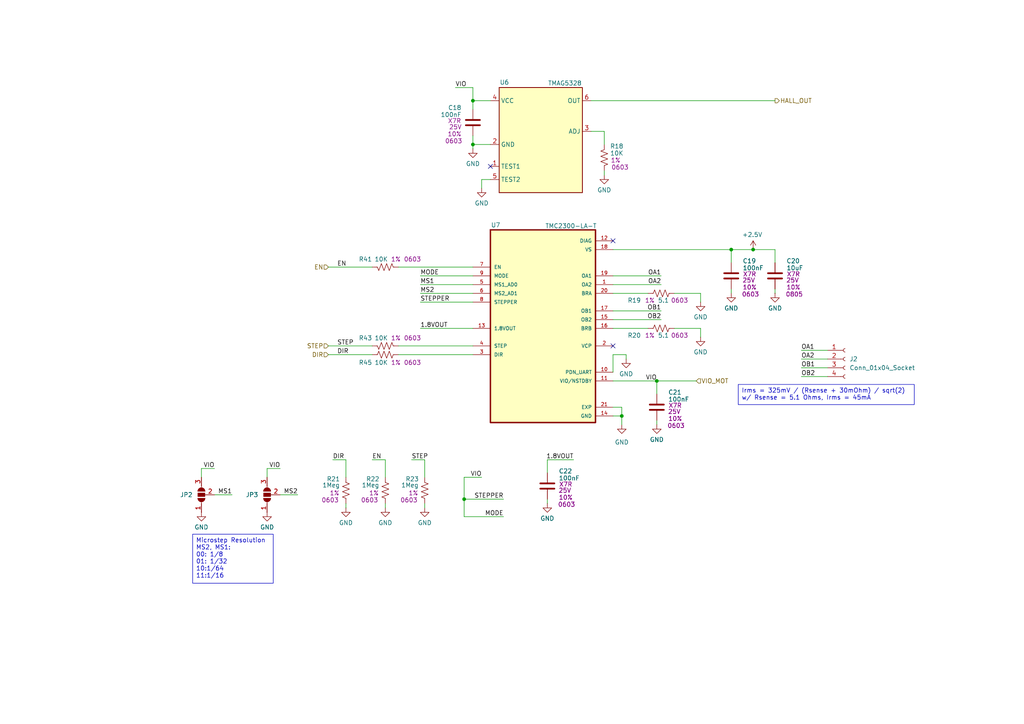
<source format=kicad_sch>
(kicad_sch (version 20231120) (generator "eeschema") (generator_version "8.0")
  (paper "A4")
  (title_block (title "KSS V50") (date "2024-09-23") (rev "A") (company "Aidan P."))
  (lib_symbols
    (symbol "Connector:Conn_01x04_Socket" (pin_names (offset 1.016) hide)
      (property "Reference" "J" (at 0 5.08 0))
      (property "Value" "Conn_01x04_Socket" (at 0 -7.62 0))
      (symbol "Conn_01x04_Socket_1_1"
        (arc (start 0 -4.572) (mid -0.5058 -5.08) (end 0 -5.588) (stroke (width 0.1524)))
        (arc (start 0 -2.032) (mid -0.5058 -2.54) (end 0 -3.048) (stroke (width 0.1524)))
        (polyline (pts (xy -1.27 -5.08) (xy -0.508 -5.08)) (stroke (width 0.1524)))
        (polyline (pts (xy -1.27 -2.54) (xy -0.508 -2.54)) (stroke (width 0.1524)))
        (polyline (pts (xy -1.27 0) (xy -0.508 0)) (stroke (width 0.1524)))
        (polyline (pts (xy -1.27 2.54) (xy -0.508 2.54)) (stroke (width 0.1524)))
        (arc (start 0 0.508) (mid -0.5058 0) (end 0 -0.508) (stroke (width 0.1524)))
        (arc (start 0 3.048) (mid -0.5058 2.54) (end 0 2.032) (stroke (width 0.1524)))
        (pin passive line (at -5.08 2.54 0) (length 3.81) (name "Pin_1") (number "1"))
        (pin passive line (at -5.08 0 0) (length 3.81) (name "Pin_2") (number "2"))
        (pin passive line (at -5.08 -2.54 0) (length 3.81) (name "Pin_3") (number "3"))
        (pin passive line (at -5.08 -5.08 0) (length 3.81) (name "Pin_4") (number "4"))
      )
    )
    (symbol "Device:C" (pin_numbers hide) (pin_names (offset 0.254))
      (property "Reference" "C" (at 0.635 2.54 0))
      (property "Value" "C" (at 0.635 -2.54 0))
      (symbol "C_0_1"
        (polyline (pts (xy -2.032 -0.762) (xy 2.032 -0.762)) (stroke (width 0.508)))
        (polyline (pts (xy -2.032 0.762) (xy 2.032 0.762)) (stroke (width 0.508)))
      )
      (symbol "C_1_1"
        (pin passive line (at 0 3.81 270) (length 2.794) (name "~") (number "1"))
        (pin passive line (at 0 -3.81 90) (length 2.794) (name "~") (number "2"))
      )
    )
    (symbol "Device:R_US" (pin_numbers hide) (pin_names (offset 0))
      (property "Reference" "R" (at 2.54 0 90))
      (property "Value" "R_US" (at -2.54 0 90))
      (symbol "R_US_0_1"
        (polyline (pts (xy 0 -2.286) (xy 0 -2.54)))
        (polyline (pts (xy 0 2.286) (xy 0 2.54)))
        (polyline (pts (xy 0 -0.762) (xy 1.016 -1.143) (xy 0 -1.524) (xy -1.016 -1.905) (xy 0 -2.286)))
        (polyline (pts (xy 0 0.762) (xy 1.016 0.381) (xy 0 0) (xy -1.016 -0.381) (xy 0 -0.762)))
        (polyline (pts (xy 0 2.286) (xy 1.016 1.905) (xy 0 1.524) (xy -1.016 1.143) (xy 0 0.762)))
      )
      (symbol "R_US_1_1"
        (pin passive line (at 0 3.81 270) (length 1.27) (name "~") (number "1"))
        (pin passive line (at 0 -3.81 90) (length 1.27) (name "~") (number "2"))
      )
    )
    (symbol "Jumper:SolderJumper_3_Open" (pin_names (offset 0) hide) (exclude_from_sim yes) (in_bom no)
      (property "Reference" "JP" (at -2.54 -2.54 0))
      (property "Value" "SolderJumper_3_Open" (at 0 2.794 0))
      (symbol "SolderJumper_3_Open_0_1"
        (arc (start -1.016 1.016) (mid -2.0276 0) (end -1.016 -1.016))
        (arc (start -1.016 1.016) (mid -2.0276 0) (end -1.016 -1.016) (fill (type outline)))
        (rectangle (start -0.508 1.016) (end 0.508 -1.016) (fill (type outline)))
        (polyline (pts (xy -2.54 0) (xy -2.032 0)))
        (polyline (pts (xy -1.016 1.016) (xy -1.016 -1.016)))
        (polyline (pts (xy 0 -1.27) (xy 0 -1.016)))
        (polyline (pts (xy 1.016 1.016) (xy 1.016 -1.016)))
        (polyline (pts (xy 2.54 0) (xy 2.032 0)))
        (arc (start 1.016 -1.016) (mid 2.0276 0) (end 1.016 1.016))
        (arc (start 1.016 -1.016) (mid 2.0276 0) (end 1.016 1.016) (fill (type outline)))
      )
      (symbol "SolderJumper_3_Open_1_1"
        (pin passive line (at -5.08 0 0) (length 2.54) (name "A") (number "1"))
        (pin passive line (at 0 -3.81 90) (length 2.54) (name "C") (number "2"))
        (pin passive line (at 5.08 0 180) (length 2.54) (name "B") (number "3"))
      )
    )
    (symbol "TMC2300:TMC2300-LA-T" (pin_names (offset 1.016))
      (property "Reference" "U" (at -15.24 28.94 0))
      (property "Value" "TMC2300-LA-T" (at -15.24 -31.94 0))
      (symbol "TMC2300-LA-T_0_0"
        (rectangle (start -15.24 28.575) (end 15.24 -27.305) (stroke (width 0.41)) (fill (type background)))
        (pin bidirectional line (at 20.32 12.7 180) (length 5.08) (name "OA2") (number "1"))
        (pin bidirectional line (at 20.32 -12.7 180) (length 5.08) (name "PDN_UART") (number "10"))
        (pin bidirectional line (at 20.32 -15.24 180) (length 5.08) (name "VIO/NSTDBY") (number "11"))
        (pin output line (at 20.32 25.4 180) (length 5.08) (name "DIAG") (number "12"))
        (pin bidirectional line (at -20.32 0 0) (length 5.08) (name "1.8VOUT") (number "13"))
        (pin power_in line (at 20.32 -25.4 180) (length 5.08) (name "GND") (number "14"))
        (pin bidirectional line (at 20.32 2.54 180) (length 5.08) (name "OB2") (number "15"))
        (pin bidirectional line (at 20.32 0 180) (length 5.08) (name "BRB") (number "16"))
        (pin bidirectional line (at 20.32 5.08 180) (length 5.08) (name "OB1") (number "17"))
        (pin bidirectional line (at 20.32 22.86 180) (length 5.08) (name "VS") (number "18"))
        (pin bidirectional line (at 20.32 15.24 180) (length 5.08) (name "OA1") (number "19"))
        (pin bidirectional line (at 20.32 -5.08 180) (length 5.08) (name "VCP") (number "2"))
        (pin bidirectional line (at 20.32 10.16 180) (length 5.08) (name "BRA") (number "20"))
        (pin power_in line (at 20.32 -22.86 180) (length 5.08) (name "EXP") (number "21"))
        (pin bidirectional line (at -20.32 -7.62 0) (length 5.08) (name "DIR") (number "3"))
        (pin input line (at -20.32 -5.08 0) (length 5.08) (name "STEP") (number "4"))
        (pin input line (at -20.32 12.7 0) (length 5.08) (name "MS1_AD0") (number "5"))
        (pin input line (at -20.32 10.16 0) (length 5.08) (name "MS2_AD1") (number "6"))
        (pin input line (at -20.32 17.78 0) (length 5.08) (name "EN") (number "7"))
        (pin input line (at -20.32 7.62 0) (length 5.08) (name "STEPPER") (number "8"))
        (pin input line (at -20.32 15.24 0) (length 5.08) (name "MODE") (number "9"))
      )
    )
    (symbol "ap_built:TMAG5328"
      (property "Reference" "U" (at -12.192 18.034 0))
      (property "Value" "TMAG5328" (at 6.604 18.034 0))
      (symbol "TMAG5328_0_1"
        (rectangle (start -12.7 16.51) (end 11.43 -13.97) (stroke (width 0.254)) (fill (type background)))
      )
      (symbol "TMAG5328_1_1"
        (pin unspecified line (at -15.24 -6.35 0) (length 2.54) (name "TEST1") (number "1"))
        (pin unspecified line (at -15.24 0 0) (length 2.54) (name "GND") (number "2"))
        (pin unspecified line (at 13.97 3.81 180) (length 2.54) (name "ADJ") (number "3"))
        (pin unspecified line (at -15.24 12.7 0) (length 2.54) (name "VCC") (number "4"))
        (pin unspecified line (at -15.24 -10.16 0) (length 2.54) (name "TEST2") (number "5"))
        (pin unspecified line (at 13.97 12.7 180) (length 2.54) (name "OUT") (number "6"))
      )
    )
    (symbol "power:+3.3V" (power) (pin_numbers hide) (pin_names (offset 0) hide)
      (property "Value" "+3.3V" (at 0 3.556 0))
      (symbol "+3.3V_0_1"
        (polyline (pts (xy -0.762 1.27) (xy 0 2.54)))
        (polyline (pts (xy 0 0) (xy 0 2.54)))
        (polyline (pts (xy 0 2.54) (xy 0.762 1.27)))
      )
      (symbol "+3.3V_1_1"
        (pin power_in line (at 0 0 90) (length 0) (name "~") (number "1"))
      )
    )
    (symbol "power:GND" (power) (pin_numbers hide) (pin_names (offset 0) hide)
      (property "Value" "GND" (at 0 -3.81 0))
      (symbol "GND_0_1"
        (polyline (pts (xy 0 0) (xy 0 -1.27) (xy 1.27 -1.27) (xy 0 -2.54) (xy -1.27 -1.27) (xy 0 -1.27)))
      )
      (symbol "GND_1_1"
        (pin power_in line (at 0 0 270) (length 0) (name "~") (number "1"))
      )
    )
  )
  (junction (at 137.16 29.21))
  (junction (at 190.5 110.49))
  (junction (at 180.34 120.65))
  (junction (at 218.44 72.39))
  (junction (at 134.62 144.78))
  (junction (at 137.16 41.91))
  (junction (at 212.09 72.39))
  (no_connect (at 177.8 69.85))
  (no_connect (at 142.24 48.26))
  (no_connect (at 177.8 100.33))
  (wire (pts (xy 190.5 110.49) (xy 201.93 110.49)))
  (wire (pts (xy 134.62 138.43) (xy 139.7 138.43)))
  (wire (pts (xy 137.16 31.75) (xy 137.16 29.21)))
  (wire (pts (xy 190.5 114.3) (xy 190.5 110.49)))
  (wire (pts (xy 158.75 144.78) (xy 158.75 146.05)))
  (wire (pts (xy 171.45 29.21) (xy 224.79 29.21)))
  (wire (pts (xy 134.62 144.78) (xy 134.62 149.86)))
  (wire (pts (xy 175.26 49.53) (xy 175.26 50.8)))
  (wire (pts (xy 177.8 120.65) (xy 180.34 120.65)))
  (wire (pts (xy 121.92 87.63) (xy 137.16 87.63)))
  (wire (pts (xy 177.8 80.01) (xy 191.77 80.01)))
  (wire (pts (xy 121.92 80.01) (xy 137.16 80.01)))
  (wire (pts (xy 177.8 82.55) (xy 191.77 82.55)))
  (wire (pts (xy 224.79 83.82) (xy 224.79 85.09)))
  (wire (pts (xy 58.42 138.43) (xy 58.42 135.89)))
  (wire (pts (xy 134.62 138.43) (xy 134.62 144.78)))
  (wire (pts (xy 195.58 85.09) (xy 203.2 85.09)))
  (wire (pts (xy 177.8 107.95) (xy 177.8 102.87)))
  (wire (pts (xy 121.92 95.25) (xy 137.16 95.25)))
  (wire (pts (xy 190.5 121.92) (xy 190.5 123.19)))
  (wire (pts (xy 203.2 85.09) (xy 203.2 87.63)))
  (wire (pts (xy 134.62 149.86) (xy 146.05 149.86)))
  (wire (pts (xy 134.62 144.78) (xy 146.05 144.78)))
  (wire (pts (xy 180.34 118.11) (xy 180.34 120.65)))
  (wire (pts (xy 111.76 133.35) (xy 111.76 138.43)))
  (wire (pts (xy 212.09 76.2) (xy 212.09 72.39)))
  (wire (pts (xy 142.24 52.07) (xy 139.7 52.07)))
  (wire (pts (xy 212.09 83.82) (xy 212.09 85.09)))
  (wire (pts (xy 115.57 102.87) (xy 137.16 102.87)))
  (wire (pts (xy 177.8 118.11) (xy 180.34 118.11)))
  (wire (pts (xy 232.41 109.22) (xy 240.03 109.22)))
  (wire (pts (xy 177.8 72.39) (xy 212.09 72.39)))
  (wire (pts (xy 158.75 133.35) (xy 166.37 133.35)))
  (wire (pts (xy 212.09 72.39) (xy 218.44 72.39)))
  (wire (pts (xy 171.45 38.1) (xy 175.26 38.1)))
  (wire (pts (xy 95.25 102.87) (xy 107.95 102.87)))
  (wire (pts (xy 203.2 95.25) (xy 203.2 97.79)))
  (wire (pts (xy 121.92 82.55) (xy 137.16 82.55)))
  (wire (pts (xy 232.41 106.68) (xy 240.03 106.68)))
  (wire (pts (xy 224.79 72.39) (xy 224.79 76.2)))
  (wire (pts (xy 62.23 143.51) (xy 67.31 143.51)))
  (wire (pts (xy 181.61 102.87) (xy 181.61 104.14)))
  (wire (pts (xy 181.61 102.87) (xy 177.8 102.87)))
  (wire (pts (xy 115.57 77.47) (xy 137.16 77.47)))
  (wire (pts (xy 96.52 133.35) (xy 100.33 133.35)))
  (wire (pts (xy 132.08 25.4) (xy 137.16 25.4)))
  (wire (pts (xy 177.8 110.49) (xy 190.5 110.49)))
  (wire (pts (xy 195.58 95.25) (xy 203.2 95.25)))
  (wire (pts (xy 111.76 146.05) (xy 111.76 147.32)))
  (wire (pts (xy 218.44 72.39) (xy 224.79 72.39)))
  (wire (pts (xy 137.16 25.4) (xy 137.16 29.21)))
  (wire (pts (xy 158.75 137.16) (xy 158.75 133.35)))
  (wire (pts (xy 123.19 133.35) (xy 123.19 138.43)))
  (wire (pts (xy 139.7 52.07) (xy 139.7 54.61)))
  (wire (pts (xy 107.95 133.35) (xy 111.76 133.35)))
  (wire (pts (xy 232.41 104.14) (xy 240.03 104.14)))
  (wire (pts (xy 180.34 120.65) (xy 180.34 123.19)))
  (wire (pts (xy 77.47 138.43) (xy 77.47 135.89)))
  (wire (pts (xy 95.25 77.47) (xy 107.95 77.47)))
  (wire (pts (xy 232.41 101.6) (xy 240.03 101.6)))
  (wire (pts (xy 137.16 39.37) (xy 137.16 41.91)))
  (wire (pts (xy 95.25 100.33) (xy 107.95 100.33)))
  (wire (pts (xy 100.33 146.05) (xy 100.33 147.32)))
  (wire (pts (xy 77.47 135.89) (xy 81.28 135.89)))
  (wire (pts (xy 137.16 41.91) (xy 142.24 41.91)))
  (wire (pts (xy 137.16 41.91) (xy 137.16 43.18)))
  (wire (pts (xy 121.92 85.09) (xy 137.16 85.09)))
  (wire (pts (xy 175.26 38.1) (xy 175.26 41.91)))
  (wire (pts (xy 100.33 133.35) (xy 100.33 138.43)))
  (wire (pts (xy 137.16 29.21) (xy 142.24 29.21)))
  (wire (pts (xy 123.19 146.05) (xy 123.19 147.32)))
  (wire (pts (xy 177.8 95.25) (xy 187.96 95.25)))
  (wire (pts (xy 58.42 135.89) (xy 62.23 135.89)))
  (wire (pts (xy 81.28 143.51) (xy 86.36 143.51)))
  (wire (pts (xy 177.8 90.17) (xy 191.77 90.17)))
  (wire (pts (xy 119.38 133.35) (xy 123.19 133.35)))
  (wire (pts (xy 177.8 85.09) (xy 187.96 85.09)))
  (wire (pts (xy 115.57 100.33) (xy 137.16 100.33)))
  (wire (pts (xy 177.8 92.71) (xy 191.77 92.71)))
  (text_box "Microstep Resolution\nMS2, MS1: \n00: 1/8\n01: 1/32\n10:1/64\n11:1/16" (at 55.88 154.94 0) (size 23.368 14.224) (effects (font (size 1.27 1.27)) (justify left top)))
  (text_box "Irms = 325mV / (Rsense + 30mOhm) / sqrt(2)\nw/ Rsense = 5.1 Ohms, Irms = 45mA" (at 214.122 111.506 0) (size 51.054 5.842) (effects (font (size 1.27 1.27)) (justify left top)))
  (label "OA1" (at 232.41 101.6 0))
  (label "VIO" (at 139.7 138.43 180))
  (label "EN" (at 107.95 133.35 0))
  (label "MS1" (at 121.92 82.55 0))
  (label "MODE" (at 121.92 80.01 0))
  (label "MS2" (at 86.36 143.51 180))
  (label "STEPPER" (at 121.92 87.63 0))
  (label "MODE" (at 146.05 149.86 180))
  (label "STEPPER" (at 146.05 144.78 180))
  (label "1.8VOUT" (at 121.92 95.25 0))
  (label "VIO" (at 190.5 110.49 180))
  (label "DIR" (at 96.52 133.35 0))
  (label "STEP" (at 97.79 100.33 0))
  (label "STEP" (at 119.38 133.35 0))
  (label "OA1" (at 191.77 80.01 180))
  (label "DIR" (at 97.79 102.87 0))
  (label "OB2" (at 232.41 109.22 0))
  (label "MS2" (at 121.92 85.09 0))
  (label "OA2" (at 232.41 104.14 0))
  (label "EN" (at 97.79 77.47 0))
  (label "OA2" (at 191.77 82.55 180))
  (label "MS1" (at 67.31 143.51 180))
  (label "OB1" (at 191.77 90.17 180))
  (label "OB2" (at 191.77 92.71 180))
  (label "OB1" (at 232.41 106.68 0))
  (label "1.8VOUT" (at 166.37 133.35 180))
  (label "VIO" (at 132.08 25.4 0))
  (label "VIO" (at 81.28 135.89 180))
  (label "VIO" (at 62.23 135.89 180))
  (hierarchical_label "DIR" (shape input) (at 95.25 102.87 180))
  (hierarchical_label "HALL_OUT" (shape output) (at 224.79 29.21 0))
  (hierarchical_label "EN" (shape input) (at 95.25 77.47 180))
  (hierarchical_label "STEP" (shape input) (at 95.25 100.33 180))
  (hierarchical_label "VIO_MOT" (shape input) (at 201.93 110.49 0))
  (symbol (lib_id "Device:C") (at 158.75 140.97 0) (unit 1)
    (property "Reference" "C22" (at 162.052 136.652 0) (effects (justify left)))
    (property "Value" "100nF" (at 162.052 138.684 0) (effects (justify left)))
    (property "Footprint" "Capacitor_SMD:C_0603_1608Metric" (effects (hide yes)))
    (property "Description" "Unpolarized capacitor" (effects (hide yes)))
    (property "MPN" "CC0603KRX7R8BB104" (effects (hide yes)))
    (property "DPN" "311-1341-1-ND" (effects (hide yes)))
    (property "Tolerance" "10%" (at 164.084 144.272 0))
    (property "Dialectric" "X7R" (at 164.084 140.462 0))
    (property "Voltage Rating" "25V" (at 163.83 142.24 0))
    (property "Package" "0603" (at 164.338 146.304 0))
    (instances (project "KSS_V50" (path "" (reference "C22") (unit 1)) (path "" (reference "C27") (unit 1))))
  )
  (symbol (lib_id "Device:R_US") (at 191.77 95.25 90) (unit 1)
    (property "Reference" "R20" (at 185.928 97.282 90) (effects (justify left)))
    (property "Value" "5.1" (at 194.056 97.282 90) (effects (justify left)))
    (property "Footprint" "Resistor_SMD:R_0603_1608Metric" (effects (hide yes)))
    (property "Description" "Resistor, US symbol" (effects (hide yes)))
    (property "MPN" "RC0603FR-075R1L " (effects (hide yes)))
    (property "DPN" "YAG3372CT-ND" (effects (hide yes)))
    (property "Package" "0603" (at 197.104 97.282 90))
    (property "Tolerance" "1%" (at 188.468 97.282 90))
    (instances (project "KSS_V50" (path "" (reference "R20") (unit 1)) (path "" (reference "R26") (unit 1))))
  )
  (symbol (lib_id "TMC2300:TMC2300-LA-T") (at 157.48 95.25 0) (unit 1)
    (property "Reference" "U7" (at 143.764 65.278 0))
    (property "Value" "TMC2300-LA-T" (at 165.608 65.532 0))
    (property "Footprint" "Package_DFN_QFN:QFN-20-1EP_3x3mm_P0.4mm_EP1.65x1.65mm" (effects (hide yes)))
    (property "B_NOM" "0.2" (effects (hide yes)))
    (property "D_MAX" "3.0" (effects (hide yes)))
    (property "Check_prices" "https://www.snapeda.com/parts/TMC2300-LA-T/Trinamic+Motion+Control+GmbH/view-part/?ref=eda" (effects (hide yes)))
    (property "B_MAX" "0.25" (effects (hide yes)))
    (property "Description_1" "\nLow Voltage Driver for Two-Phase Stepper Motors up to 1.2A RMS\n" (effects (hide yes)))
    (property "Price" "None" (effects (hide yes)))
    (property "ENOM" "0.4" (effects (hide yes)))
    (property "D_NOM" "3.0" (effects (hide yes)))
    (property "L_MAX" "0.45" (effects (hide yes)))
    (property "A_MAX" "0.9" (effects (hide yes)))
    (property "Package" "VFQFN-20 Trinamic Motion Control GmbH" (effects (hide yes)))
    (property "E2_NOM" "1.7" (effects (hide yes)))
    (property "D2_NOM" "1.7" (effects (hide yes)))
    (property "SnapEDA_Link" "https://www.snapeda.com/parts/TMC2300-LA-T/Trinamic+Motion+Control+GmbH/view-part/?ref=snap" (effects (hide yes)))
    (property "E_NOM" "3.0" (effects (hide yes)))
    (property "B_MIN" "0.15" (effects (hide yes)))
    (property "STANDARD" "IPC 7351B" (effects (hide yes)))
    (property "L_NOM" "0.4" (effects (hide yes)))
    (property "MANUFACTURER" "Trinamic Motion Control GmbH" (effects (hide yes)))
    (property "MF" "Trinamic Motion Control GmbH" (effects (hide yes)))
    (property "PIN_COUNT_E" "5.0" (effects (hide yes)))
    (property "PIN_COUNT_D" "5.0" (effects (hide yes)))
    (property "E_MIN" "3.0" (effects (hide yes)))
    (property "D_MIN" "3.0" (effects (hide yes)))
    (property "MP" "TMC2300-LA-T" (effects (hide yes)))
    (property "L_MIN" "0.35" (effects (hide yes)))
    (property "Availability" "In Stock" (effects (hide yes)))
    (property "E_MAX" "3.0" (effects (hide yes)))
    (property "DPN" "175-TMC2300-LA-TCT-ND" (effects (hide yes)))
    (instances (project "KSS_V50" (path "" (reference "U7") (unit 1)) (path "" (reference "U9") (unit 1))))
  )
  (symbol (lib_id "power:GND") (at 111.76 147.32 0) (mirror y) (unit 1)
    (property "Reference" "#PWR044" (effects (hide yes)))
    (property "Value" "GND" (at 111.76 151.638 0))
    (property "Description" "Power symbol creates a global label with name \"GND\" , ground" (effects (hide yes)))
    (instances (project "KSS_V50" (path "" (reference "#PWR044") (unit 1)) (path "" (reference "#PWR066") (unit 1))))
  )
  (symbol (lib_id "Jumper:SolderJumper_3_Open") (at 58.42 143.51 90) (unit 1) (exclude_from_sim yes) (in_bom no)
    (property "Reference" "JP2" (at 55.88 143.5099 90) (effects (justify left)))
    (property "Value" "SolderJumper_3_Open" (effects (hide yes)))
    (property "Footprint" "Jumper:SolderJumper-3_P2.0mm_Open_TrianglePad1.0x1.5mm_NumberLabels" (effects (hide yes)))
    (property "Description" "Solder Jumper, 3-pole, open" (effects (hide yes)))
    (instances (project "" (path "" (reference "JP2") (unit 1)) (path "" (reference "JP4") (unit 1))))
  )
  (symbol (lib_id "Device:C") (at 212.09 80.01 0) (unit 1)
    (property "Reference" "C19" (at 215.392 75.692 0) (effects (justify left)))
    (property "Value" "100nF" (at 215.392 77.724 0) (effects (justify left)))
    (property "Footprint" "Capacitor_SMD:C_0603_1608Metric" (effects (hide yes)))
    (property "Description" "Unpolarized capacitor" (effects (hide yes)))
    (property "MPN" "CC0603KRX7R8BB104" (effects (hide yes)))
    (property "DPN" "311-1341-1-ND" (effects (hide yes)))
    (property "Tolerance" "10%" (at 217.424 83.312 0))
    (property "Dialectric" "X7R" (at 217.424 79.502 0))
    (property "Voltage Rating" "25V" (at 217.17 81.28 0))
    (property "Package" "0603" (at 217.678 85.344 0))
    (instances (project "KSS_V50" (path "" (reference "C19") (unit 1)) (path "" (reference "C24") (unit 1))))
  )
  (symbol (lib_id "power:GND") (at 224.79 85.09 0) (mirror y) (unit 1)
    (property "Reference" "#PWR032" (effects (hide yes)))
    (property "Value" "GND" (at 224.79 89.408 0))
    (property "Description" "Power symbol creates a global label with name \"GND\" , ground" (effects (hide yes)))
    (instances (project "KSS_V50" (path "" (reference "#PWR032") (unit 1)) (path "" (reference "#PWR054") (unit 1))))
  )
  (symbol (lib_id "power:GND") (at 180.34 123.19 0) (mirror y) (unit 1)
    (property "Reference" "#PWR037" (effects (hide yes)))
    (property "Value" "GND" (at 180.34 128.27 0))
    (property "Description" "Power symbol creates a global label with name \"GND\" , ground" (effects (hide yes)))
    (instances (project "KSS_V50" (path "" (reference "#PWR037") (unit 1)) (path "" (reference "#PWR059") (unit 1))))
  )
  (symbol (lib_id "Device:R_US") (at 111.76 102.87 90) (unit 1)
    (property "Reference" "R45" (at 107.95 105.156 90) (effects (justify left)))
    (property "Value" "10K" (at 112.522 105.156 90) (effects (justify left)))
    (property "Footprint" "Resistor_SMD:R_0603_1608Metric" (effects (hide yes)))
    (property "Description" "Resistor, US symbol" (effects (hide yes)))
    (property "MPN" "AC0603FR-0710KL " (effects (hide yes)))
    (property "DPN" "311-10KLDCT-ND" (effects (hide yes)))
    (property "Package" "0603" (at 119.634 105.156 90))
    (property "Tolerance" "1%" (at 114.808 105.156 90))
    (instances (project "KSS_V50" (path "" (reference "R45") (unit 1)) (path "" (reference "R46") (unit 1))))
  )
  (symbol (lib_id "Jumper:SolderJumper_3_Open") (at 77.47 143.51 90) (unit 1) (exclude_from_sim yes) (in_bom no)
    (property "Reference" "JP3" (at 74.93 143.5099 90) (effects (justify left)))
    (property "Value" "SolderJumper_3_Open" (effects (hide yes)))
    (property "Footprint" "Jumper:SolderJumper-3_P2.0mm_Open_TrianglePad1.0x1.5mm_NumberLabels" (effects (hide yes)))
    (property "Description" "Solder Jumper, 3-pole, open" (effects (hide yes)))
    (instances (project "KSS_V50" (path "" (reference "JP3") (unit 1)) (path "" (reference "JP5") (unit 1))))
  )
  (symbol (lib_id "power:GND") (at 175.26 50.8 0) (mirror y) (unit 1)
    (property "Reference" "#PWR028" (effects (hide yes)))
    (property "Value" "GND" (at 175.26 55.118 0))
    (property "Description" "Power symbol creates a global label with name \"GND\" , ground" (effects (hide yes)))
    (instances (project "KSS_V50" (path "" (reference "#PWR028") (unit 1)) (path "" (reference "#PWR050") (unit 1))))
  )
  (symbol (lib_id "power:GND") (at 139.7 54.61 0) (mirror y) (unit 1)
    (property "Reference" "#PWR029" (effects (hide yes)))
    (property "Value" "GND" (at 139.7 58.928 0))
    (property "Description" "Power symbol creates a global label with name \"GND\" , ground" (effects (hide yes)))
    (instances (project "KSS_V50" (path "" (reference "#PWR029") (unit 1)) (path "" (reference "#PWR051") (unit 1))))
  )
  (symbol (lib_id "Device:R_US") (at 111.76 100.33 90) (mirror x) (unit 1)
    (property "Reference" "R43" (at 107.95 98.044 90) (effects (justify left)))
    (property "Value" "10K" (at 112.522 98.044 90) (effects (justify left)))
    (property "Footprint" "Resistor_SMD:R_0603_1608Metric" (effects (hide yes)))
    (property "Description" "Resistor, US symbol" (effects (hide yes)))
    (property "MPN" "AC0603FR-0710KL " (effects (hide yes)))
    (property "DPN" "311-10KLDCT-ND" (effects (hide yes)))
    (property "Package" "0603" (at 119.634 98.044 90))
    (property "Tolerance" "1%" (at 114.808 98.044 90))
    (instances (project "KSS_V50" (path "" (reference "R43") (unit 1)) (path "" (reference "R44") (unit 1))))
  )
  (symbol (lib_id "Device:C") (at 137.16 35.56 0) (mirror y) (unit 1)
    (property "Reference" "C18" (at 133.858 31.242 0) (effects (justify left)))
    (property "Value" "100nF" (at 133.858 33.274 0) (effects (justify left)))
    (property "Footprint" "Capacitor_SMD:C_0603_1608Metric" (effects (hide yes)))
    (property "Description" "Unpolarized capacitor" (effects (hide yes)))
    (property "MPN" "CC0603KRX7R8BB104" (effects (hide yes)))
    (property "DPN" "311-1341-1-ND" (effects (hide yes)))
    (property "Tolerance" "10%" (at 131.826 38.862 0))
    (property "Dialectric" "X7R" (at 131.826 35.052 0))
    (property "Voltage Rating" "25V" (at 132.08 36.83 0))
    (property "Package" "0603" (at 131.572 40.894 0))
    (instances (project "KSS_V50" (path "" (reference "C18") (unit 1)) (path "" (reference "C23") (unit 1))))
  )
  (symbol (lib_id "power:GND") (at 181.61 104.14 0) (mirror y) (unit 1)
    (property "Reference" "#PWR035" (effects (hide yes)))
    (property "Value" "GND" (at 181.61 108.458 0))
    (property "Description" "Power symbol creates a global label with name \"GND\" , ground" (effects (hide yes)))
    (instances (project "KSS_V50" (path "" (reference "#PWR035") (unit 1)) (path "" (reference "#PWR057") (unit 1))))
  )
  (symbol (lib_id "Device:R_US") (at 123.19 142.24 0) (unit 1)
    (property "Reference" "R23" (at 117.602 138.938 0) (effects (justify left)))
    (property "Value" "1Meg" (at 116.332 140.716 0) (effects (justify left)))
    (property "Footprint" "Resistor_SMD:R_0603_1608Metric" (effects (hide yes)))
    (property "Description" "Resistor, US symbol" (effects (hide yes)))
    (property "MPN" "RC0603FR-071ML" (effects (hide yes)))
    (property "DPN" "311-1.00MHRCT-ND" (effects (hide yes)))
    (property "Package" "0603" (at 118.618 145.034 0))
    (property "Tolerance" "1%" (at 119.888 143.002 0))
    (instances (project "KSS_V50" (path "" (reference "R23") (unit 1)) (path "" (reference "R29") (unit 1))))
  )
  (symbol (lib_id "power:GND") (at 58.42 148.59 0) (mirror y) (unit 1)
    (property "Reference" "#PWR046" (effects (hide yes)))
    (property "Value" "GND" (at 58.42 152.908 0))
    (property "Description" "Power symbol creates a global label with name \"GND\" , ground" (effects (hide yes)))
    (instances (project "KSS_V50" (path "" (reference "#PWR046") (unit 1)) (path "" (reference "#PWR068") (unit 1))))
  )
  (symbol (lib_id "Device:R_US") (at 111.76 77.47 90) (mirror x) (unit 1)
    (property "Reference" "R41" (at 107.95 75.184 90) (effects (justify left)))
    (property "Value" "10K" (at 112.522 75.184 90) (effects (justify left)))
    (property "Footprint" "Resistor_SMD:R_0603_1608Metric" (effects (hide yes)))
    (property "Description" "Resistor, US symbol" (effects (hide yes)))
    (property "MPN" "AC0603FR-0710KL " (effects (hide yes)))
    (property "DPN" "311-10KLDCT-ND" (effects (hide yes)))
    (property "Package" "0603" (at 119.634 75.184 90))
    (property "Tolerance" "1%" (at 114.808 75.184 90))
    (instances (project "KSS_V50" (path "" (reference "R41") (unit 1)) (path "" (reference "R42") (unit 1))))
  )
  (symbol (lib_id "Device:R_US") (at 100.33 142.24 0) (unit 1)
    (property "Reference" "R21" (at 94.742 138.938 0) (effects (justify left)))
    (property "Value" "1Meg" (at 93.472 140.716 0) (effects (justify left)))
    (property "Footprint" "Resistor_SMD:R_0603_1608Metric" (effects (hide yes)))
    (property "Description" "Resistor, US symbol" (effects (hide yes)))
    (property "MPN" "RC0603FR-071ML" (effects (hide yes)))
    (property "DPN" "311-1.00MHRCT-ND" (effects (hide yes)))
    (property "Package" "0603" (at 95.758 145.034 0))
    (property "Tolerance" "1%" (at 97.028 143.002 0))
    (instances (project "KSS_V50" (path "" (reference "R21") (unit 1)) (path "" (reference "R27") (unit 1))))
  )
  (symbol (lib_id "Device:R_US") (at 175.26 45.72 0) (mirror y) (unit 1)
    (property "Reference" "R18" (at 180.848 42.418 0) (effects (justify left)))
    (property "Value" "10K" (at 180.848 44.45 0) (effects (justify left)))
    (property "Footprint" "Resistor_SMD:R_0603_1608Metric" (effects (hide yes)))
    (property "Description" "Resistor, US symbol" (effects (hide yes)))
    (property "MPN" "AC0603FR-0710KL " (effects (hide yes)))
    (property "DPN" "311-10KLDCT-ND" (effects (hide yes)))
    (property "Package" "0603" (at 179.832 48.514 0))
    (property "Tolerance" "1%" (at 178.562 46.482 0))
    (instances (project "KSS_V50" (path "" (reference "R18") (unit 1)) (path "" (reference "R24") (unit 1))))
  )
  (symbol (lib_id "power:GND") (at 212.09 85.09 0) (mirror y) (unit 1)
    (property "Reference" "#PWR031" (effects (hide yes)))
    (property "Value" "GND" (at 212.09 89.408 0))
    (property "Description" "Power symbol creates a global label with name \"GND\" , ground" (effects (hide yes)))
    (instances (project "KSS_V50" (path "" (reference "#PWR031") (unit 1)) (path "" (reference "#PWR053") (unit 1))))
  )
  (symbol (lib_id "power:GND") (at 158.75 146.05 0) (mirror y) (unit 1)
    (property "Reference" "#PWR042" (effects (hide yes)))
    (property "Value" "GND" (at 158.75 150.368 0))
    (property "Description" "Power symbol creates a global label with name \"GND\" , ground" (effects (hide yes)))
    (instances (project "KSS_V50" (path "" (reference "#PWR042") (unit 1)) (path "" (reference "#PWR064") (unit 1))))
  )
  (symbol (lib_id "power:GND") (at 203.2 97.79 0) (mirror y) (unit 1)
    (property "Reference" "#PWR034" (effects (hide yes)))
    (property "Value" "GND" (at 203.2 102.108 0))
    (property "Description" "Power symbol creates a global label with name \"GND\" , ground" (effects (hide yes)))
    (instances (project "KSS_V50" (path "" (reference "#PWR034") (unit 1)) (path "" (reference "#PWR056") (unit 1))))
  )
  (symbol (lib_id "ap_built:TMAG5328") (at 157.48 41.91 0) (unit 1)
    (property "Reference" "U6" (at 146.304 23.876 0))
    (property "Value" "TMAG5328" (at 163.83 24.13 0))
    (property "Footprint" "Package_TO_SOT_SMD:SOT-23-6" (effects (hide yes)))
    (property "DPN" "296-TMAG5328A1DQDBVRCT-ND" (effects (hide yes)))
    (property "MPN" "TMAG5328A1DQDBVR" (effects (hide yes)))
    (instances (project "" (path "" (reference "U6") (unit 1)) (path "" (reference "U8") (unit 1))))
  )
  (symbol (lib_id "Connector:Conn_01x04_Socket") (at 245.11 104.14 0) (unit 1)
    (property "Reference" "J2" (at 246.38 104.1399 0) (effects (justify left)))
    (property "Value" "Conn_01x04_Socket" (at 246.38 106.6799 0) (effects (justify left)))
    (property "Footprint" "ap_built:Motor_Header" (effects (hide yes)))
    (property "Description" "Generic connector, single row, 01x04, script generated" (effects (hide yes)))
    (instances (project "" (path "" (reference "J2") (unit 1)) (path "" (reference "J3") (unit 1))))
  )
  (symbol (lib_id "Device:C") (at 224.79 80.01 0) (unit 1)
    (property "Reference" "C20" (at 228.092 75.692 0) (effects (justify left)))
    (property "Value" "10uF" (at 228.092 77.724 0) (effects (justify left)))
    (property "Footprint" "Capacitor_SMD:C_0805_2012Metric" (effects (hide yes)))
    (property "Description" "Unpolarized capacitor" (effects (hide yes)))
    (property "MPN" "GRM21BZ71E106KE15L" (effects (hide yes)))
    (property "DPN" "490-GRM21BZ71E106KE15LCT-ND" (effects (hide yes)))
    (property "Tolerance" "10%" (at 230.124 83.312 0))
    (property "Dialectric" "X7R" (at 230.124 79.502 0))
    (property "Voltage Rating" "25V" (at 229.87 81.28 0))
    (property "Package" "0805" (at 230.378 85.344 0))
    (instances (project "KSS_V50" (path "" (reference "C20") (unit 1)) (path "" (reference "C25") (unit 1))))
  )
  (symbol (lib_id "power:GND") (at 77.47 148.59 0) (mirror y) (unit 1)
    (property "Reference" "#PWR047" (effects (hide yes)))
    (property "Value" "GND" (at 77.47 152.908 0))
    (property "Description" "Power symbol creates a global label with name \"GND\" , ground" (effects (hide yes)))
    (instances (project "KSS_V50" (path "" (reference "#PWR047") (unit 1)) (path "" (reference "#PWR069") (unit 1))))
  )
  (symbol (lib_id "power:GND") (at 190.5 123.19 0) (mirror y) (unit 1)
    (property "Reference" "#PWR038" (effects (hide yes)))
    (property "Value" "GND" (at 190.5 127.508 0))
    (property "Description" "Power symbol creates a global label with name \"GND\" , ground" (effects (hide yes)))
    (instances (project "KSS_V50" (path "" (reference "#PWR038") (unit 1)) (path "" (reference "#PWR060") (unit 1))))
  )
  (symbol (lib_id "Device:R_US") (at 191.77 85.09 90) (unit 1)
    (property "Reference" "R19" (at 185.928 87.122 90) (effects (justify left)))
    (property "Value" "5.1" (at 194.056 87.122 90) (effects (justify left)))
    (property "Footprint" "Resistor_SMD:R_0603_1608Metric" (effects (hide yes)))
    (property "Description" "Resistor, US symbol" (effects (hide yes)))
    (property "MPN" "RC0603FR-075R1L " (effects (hide yes)))
    (property "DPN" "YAG3372CT-ND" (effects (hide yes)))
    (property "Package" "0603" (at 197.104 87.122 90))
    (property "Tolerance" "1%" (at 188.468 87.122 90))
    (instances (project "KSS_V50" (path "" (reference "R19") (unit 1)) (path "" (reference "R25") (unit 1))))
  )
  (symbol (lib_id "power:GND") (at 137.16 43.18 0) (unit 1)
    (property "Reference" "#PWR027" (effects (hide yes)))
    (property "Value" "GND" (at 137.16 47.498 0))
    (property "Description" "Power symbol creates a global label with name \"GND\" , ground" (effects (hide yes)))
    (instances (project "KSS_V50" (path "" (reference "#PWR027") (unit 1)) (path "" (reference "#PWR049") (unit 1))))
  )
  (symbol (lib_id "power:GND") (at 100.33 147.32 0) (mirror y) (unit 1)
    (property "Reference" "#PWR043" (effects (hide yes)))
    (property "Value" "GND" (at 100.33 151.638 0))
    (property "Description" "Power symbol creates a global label with name \"GND\" , ground" (effects (hide yes)))
    (instances (project "KSS_V50" (path "" (reference "#PWR043") (unit 1)) (path "" (reference "#PWR065") (unit 1))))
  )
  (symbol (lib_id "Device:R_US") (at 111.76 142.24 0) (unit 1)
    (property "Reference" "R22" (at 106.172 138.938 0) (effects (justify left)))
    (property "Value" "1Meg" (at 104.902 140.716 0) (effects (justify left)))
    (property "Footprint" "Resistor_SMD:R_0603_1608Metric" (effects (hide yes)))
    (property "Description" "Resistor, US symbol" (effects (hide yes)))
    (property "MPN" "RC0603FR-071ML" (effects (hide yes)))
    (property "DPN" "311-1.00MHRCT-ND" (effects (hide yes)))
    (property "Package" "0603" (at 107.188 145.034 0))
    (property "Tolerance" "1%" (at 108.458 143.002 0))
    (instances (project "KSS_V50" (path "" (reference "R22") (unit 1)) (path "" (reference "R28") (unit 1))))
  )
  (symbol (lib_id "power:GND") (at 123.19 147.32 0) (mirror y) (unit 1)
    (property "Reference" "#PWR045" (effects (hide yes)))
    (property "Value" "GND" (at 123.19 151.638 0))
    (property "Description" "Power symbol creates a global label with name \"GND\" , ground" (effects (hide yes)))
    (instances (project "KSS_V50" (path "" (reference "#PWR045") (unit 1)) (path "" (reference "#PWR067") (unit 1))))
  )
  (symbol (lib_id "power:GND") (at 203.2 87.63 0) (mirror y) (unit 1)
    (property "Reference" "#PWR033" (effects (hide yes)))
    (property "Value" "GND" (at 203.2 91.948 0))
    (property "Description" "Power symbol creates a global label with name \"GND\" , ground" (effects (hide yes)))
    (instances (project "KSS_V50" (path "" (reference "#PWR033") (unit 1)) (path "" (reference "#PWR055") (unit 1))))
  )
  (symbol (lib_id "power:+3.3V") (at 218.44 72.39 0) (unit 1)
    (property "Reference" "#PWR074" (effects (hide yes)))
    (property "Value" "+2.5V" (at 218.186 68.072 0))
    (property "Description" "Power symbol creates a global label with name \"+3.3V\"" (effects (hide yes)))
    (instances (project "KSS_V50" (path "" (reference "#PWR074") (unit 1)) (path "" (reference "#PWR0128") (unit 1))))
  )
  (symbol (lib_id "Device:C") (at 190.5 118.11 0) (unit 1)
    (property "Reference" "C21" (at 193.802 113.792 0) (effects (justify left)))
    (property "Value" "100nF" (at 193.802 115.824 0) (effects (justify left)))
    (property "Footprint" "Capacitor_SMD:C_0603_1608Metric" (effects (hide yes)))
    (property "Description" "Unpolarized capacitor" (effects (hide yes)))
    (property "MPN" "CC0603KRX7R8BB104" (effects (hide yes)))
    (property "DPN" "311-1341-1-ND" (effects (hide yes)))
    (property "Tolerance" "10%" (at 195.834 121.412 0))
    (property "Dialectric" "X7R" (at 195.834 117.602 0))
    (property "Voltage Rating" "25V" (at 195.58 119.38 0))
    (property "Package" "0603" (at 196.088 123.444 0))
    (instances (project "KSS_V50" (path "" (reference "C21") (unit 1)) (path "" (reference "C26") (unit 1))))
  )
)
</source>
